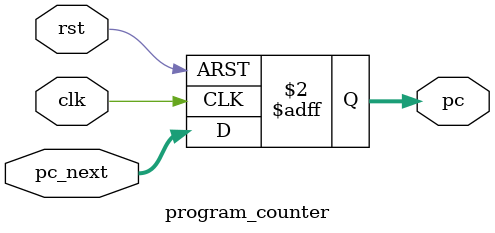
<source format=sv>

module program_counter (
    input  logic        clk,
    input  logic        rst,          // Reset
    input  logic [31:0] pc_next,      // Next PC value
    output logic [31:0] pc            // Current PC value
);

    always_ff @(posedge clk or posedge rst) begin
        if (rst) begin
            pc <= 32'd0;  // Start at address 0 on reset
        end else begin
            pc <= pc_next;
        end
    end

endmodule

</source>
